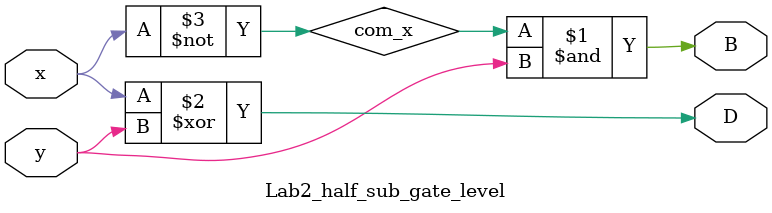
<source format=v>
module Lab2_half_sub_gate_level(output D, B, input x, y);
	wire com_x;
	not (com_x,x);
	and (B,com_x,y);
	xor (D,x,y);
endmodule 
</source>
